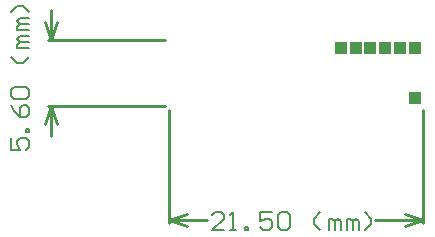
<source format=gbs>
%FSLAX42Y42*%
%MOMM*%
G71*
G01*
G75*
G04 Layer_Color=16711935*
%ADD10C,0.11*%
%ADD11C,0.17*%
%ADD12C,0.14*%
%ADD13C,0.20*%
%ADD14R,1.00X0.82*%
%ADD15R,0.60X0.40*%
%ADD16R,1.70X1.00*%
%ADD17R,0.25X0.50*%
%ADD18R,0.50X0.25*%
%ADD19R,1.50X1.50*%
%ADD20R,0.40X0.40*%
%ADD21R,1.80X4.00*%
%ADD22R,0.70X0.28*%
%ADD23R,0.70X0.40*%
%ADD24C,0.25*%
%ADD25C,0.15*%
%ADD26C,0.35*%
%ADD27R,1.00X1.00*%
%ADD28C,0.25*%
%ADD29C,0.10*%
%ADD30C,0.15*%
%ADD31R,1.04X0.86*%
%ADD32R,0.64X0.44*%
%ADD33R,1.74X1.04*%
%ADD34R,0.29X0.54*%
%ADD35R,0.54X0.29*%
%ADD36R,1.54X1.54*%
%ADD37R,0.44X0.44*%
%ADD38R,1.84X4.04*%
%ADD39R,0.74X0.32*%
%ADD40R,0.74X0.44*%
%ADD41R,1.04X1.04*%
D24*
X4039Y8455D02*
X5032D01*
X4039Y7895D02*
X5032D01*
X4064Y7641D02*
Y7895D01*
Y8455D02*
Y8709D01*
X4013Y7743D02*
X4064Y7895D01*
X4115Y7743D01*
X4064Y8455D02*
X4115Y8607D01*
X4013D02*
X4064Y8455D01*
X7215Y6909D02*
Y7862D01*
X5065Y6909D02*
Y7862D01*
X6813Y6934D02*
X7215D01*
X5065D02*
X5386D01*
X7063Y6985D02*
X7215Y6934D01*
X7063Y6883D02*
X7215Y6934D01*
X5065D02*
X5217Y6883D01*
X5065Y6934D02*
X5217Y6985D01*
D25*
X3729Y7627D02*
Y7525D01*
X3805D01*
X3780Y7576D01*
Y7601D01*
X3805Y7627D01*
X3856D01*
X3881Y7601D01*
Y7550D01*
X3856Y7525D01*
X3881Y7677D02*
X3856D01*
Y7703D01*
X3881D01*
Y7677D01*
X3729Y7906D02*
X3754Y7855D01*
X3805Y7804D01*
X3856D01*
X3881Y7830D01*
Y7880D01*
X3856Y7906D01*
X3830D01*
X3805Y7880D01*
Y7804D01*
X3754Y7957D02*
X3729Y7982D01*
Y8033D01*
X3754Y8058D01*
X3856D01*
X3881Y8033D01*
Y7982D01*
X3856Y7957D01*
X3754D01*
X3881Y8312D02*
X3830Y8261D01*
X3780D01*
X3729Y8312D01*
X3881Y8388D02*
X3780D01*
Y8414D01*
X3805Y8439D01*
X3881D01*
X3805D01*
X3780Y8464D01*
X3805Y8490D01*
X3881D01*
Y8541D02*
X3780D01*
Y8566D01*
X3805Y8591D01*
X3881D01*
X3805D01*
X3780Y8617D01*
X3805Y8642D01*
X3881D01*
Y8693D02*
X3830Y8744D01*
X3780D01*
X3729Y8693D01*
X5528Y6843D02*
X5426D01*
X5528Y6944D01*
Y6970D01*
X5503Y6995D01*
X5452D01*
X5426Y6970D01*
X5579Y6843D02*
X5630D01*
X5604D01*
Y6995D01*
X5579Y6970D01*
X5706Y6843D02*
Y6868D01*
X5731D01*
Y6843D01*
X5706D01*
X5934Y6995D02*
X5833D01*
Y6919D01*
X5884Y6944D01*
X5909D01*
X5934Y6919D01*
Y6868D01*
X5909Y6843D01*
X5858D01*
X5833Y6868D01*
X5985Y6970D02*
X6010Y6995D01*
X6061D01*
X6087Y6970D01*
Y6868D01*
X6061Y6843D01*
X6010D01*
X5985Y6868D01*
Y6970D01*
X6341Y6843D02*
X6290Y6894D01*
Y6944D01*
X6341Y6995D01*
X6417Y6843D02*
Y6944D01*
X6442D01*
X6468Y6919D01*
Y6843D01*
Y6919D01*
X6493Y6944D01*
X6518Y6919D01*
Y6843D01*
X6569D02*
Y6944D01*
X6594D01*
X6620Y6919D01*
Y6843D01*
Y6919D01*
X6645Y6944D01*
X6671Y6919D01*
Y6843D01*
X6721D02*
X6772Y6894D01*
Y6944D01*
X6721Y6995D01*
D41*
X7145Y7965D02*
D03*
X6520Y8385D02*
D03*
X6645D02*
D03*
X6770D02*
D03*
X6895D02*
D03*
X7020D02*
D03*
X7145D02*
D03*
M02*

</source>
